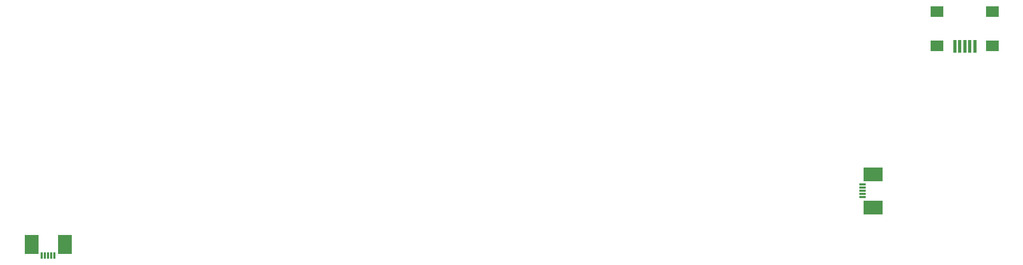
<source format=gbr>
G04 #@! TF.GenerationSoftware,KiCad,Pcbnew,(5.1.5)-2*
G04 #@! TF.CreationDate,2020-09-18T11:59:30-06:00*
G04 #@! TF.ProjectId,Pi-A3-Game-Console,50692d41-332d-4476-916d-652d436f6e73,rev?*
G04 #@! TF.SameCoordinates,Original*
G04 #@! TF.FileFunction,Paste,Top*
G04 #@! TF.FilePolarity,Positive*
%FSLAX46Y46*%
G04 Gerber Fmt 4.6, Leading zero omitted, Abs format (unit mm)*
G04 Created by KiCad (PCBNEW (5.1.5)-2) date 2020-09-18 11:59:30*
%MOMM*%
%LPD*%
G04 APERTURE LIST*
%ADD10R,3.100000X2.300000*%
%ADD11R,1.100000X0.300000*%
%ADD12R,2.300000X3.100000*%
%ADD13R,0.300000X1.100000*%
%ADD14R,2.000000X1.700000*%
%ADD15R,0.500000X2.000000*%
G04 APERTURE END LIST*
D10*
X185350000Y-82330000D03*
X185350000Y-87670000D03*
D11*
X183650000Y-84000000D03*
X183650000Y-84500000D03*
X183650000Y-85000000D03*
X183650000Y-85500000D03*
X183650000Y-86000000D03*
D12*
X50330000Y-93650000D03*
X55670000Y-93650000D03*
D13*
X52000000Y-95350000D03*
X52500000Y-95350000D03*
X53000000Y-95350000D03*
X53500000Y-95350000D03*
X54000000Y-95350000D03*
D14*
X195575000Y-56205000D03*
X195575000Y-61655000D03*
X204475000Y-56205000D03*
X204475000Y-61655000D03*
D15*
X198425000Y-61755000D03*
X199225000Y-61755000D03*
X200025000Y-61755000D03*
X200825000Y-61755000D03*
X201625000Y-61755000D03*
M02*

</source>
